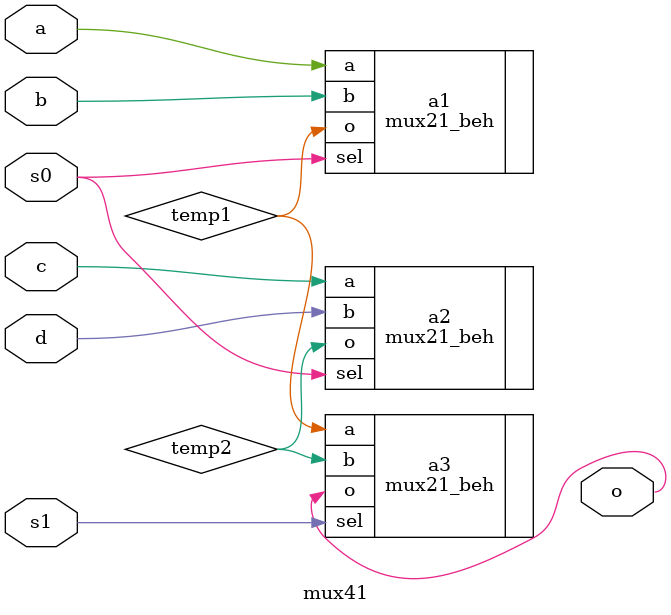
<source format=sv>
`timescale 1ns / 1ps


module mux41(
    input logic a,
    input logic b,
    input logic c,
    input logic d,
    input logic s0,
    input logic s1,
    output logic o
    );
    
    logic temp1, temp2; 
       
    mux21_beh a1 (
                .a(a),
                .b(b),
                .sel(s0),
                .o(temp1)
                );


     mux21_beh a2 (
                .a(c),
                .b(d),
                .sel(s0),
                .o(temp2)
                );    

     mux21_beh a3 (
                .a(temp1),
                .b(temp2),
                .sel(s1),
                .o(o)
                );
endmodule

</source>
